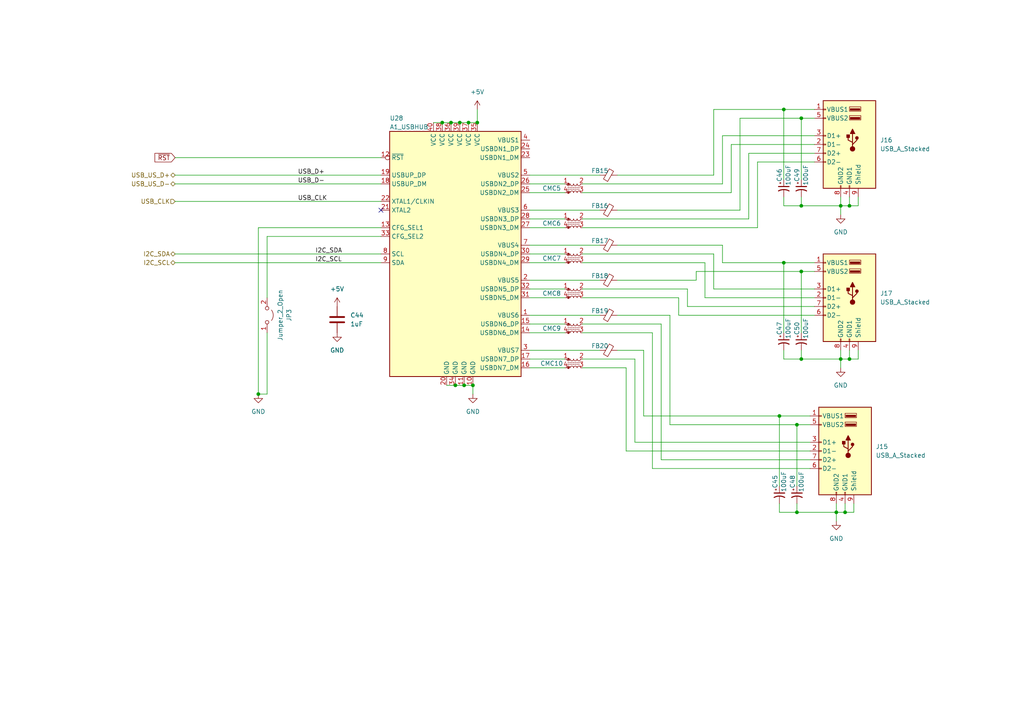
<source format=kicad_sch>
(kicad_sch (version 20230121) (generator eeschema)
  (paper "A4")
  (lib_symbols
    (symbol "Connector:USB_A_Stacked" (pin_names (offset 1.016))
      (property "Reference" "J" (at 0 15.875 0))
      (property "Value" "USB_A_Stacked" (at 0 13.97 0))
      (symbol "USB_A_Stacked_0_1"
        (rectangle (start -7.62 12.7) (end 7.62 -12.7) (stroke (width 0.254)) (fill (type background)))
        (circle (center -2.159 1.905) (radius 0.381) (stroke (width 0.254)) (fill (type outline)))
        (circle (center -0.889 -1.27) (radius 0.635) (stroke (width 0.254)) (fill (type outline)))
        (rectangle (start -0.254 7.366) (end -3.048 7.874) (fill (type outline)))
        (rectangle (start -0.254 9.906) (end -3.048 10.414) (fill (type outline)))
        (rectangle (start -0.127 -12.7) (end 0.127 -11.938))
        (polyline (pts (xy -1.524 3.175) (xy -0.254 3.175) (xy -0.889 4.445) (xy -1.524 3.175)) (stroke (width 0.254)) (fill (type outline)))
        (polyline (pts (xy -0.889 -0.635) (xy -0.889 0) (xy -2.159 1.27) (xy -2.159 1.905)) (stroke (width 0.254)))
        (polyline (pts (xy -0.889 0) (xy -0.889 0.635) (xy 0.381 1.27) (xy 0.381 2.54)) (stroke (width 0.254)))
        (rectangle (start 0 2.794) (end 0.762 2.032) (stroke (width 0.254)) (fill (type outline)))
        (rectangle (start 0 7.112) (end -3.302 8.382))
        (rectangle (start 0 9.652) (end -3.302 10.922))
        (rectangle (start 2.413 -12.7) (end 2.667 -11.938))
        (rectangle (start 7.62 -5.207) (end 6.858 -4.953))
        (rectangle (start 7.62 -2.667) (end 6.858 -2.413))
        (rectangle (start 7.62 -0.127) (end 6.858 0.127))
        (rectangle (start 7.62 2.413) (end 6.858 2.667))
        (rectangle (start 7.62 7.493) (end 6.858 7.747))
        (rectangle (start 7.62 10.033) (end 6.858 10.287))
      )
      (symbol "USB_A_Stacked_1_1"
        (polyline (pts (xy -0.889 0.635) (xy -0.889 3.175)) (stroke (width 0.254)))
        (pin power_in line (at 10.16 10.16 180) (length 2.54) (name "VBUS1") (number "1"))
        (pin bidirectional line (at 10.16 0 180) (length 2.54) (name "D1-") (number "2"))
        (pin bidirectional line (at 10.16 2.54 180) (length 2.54) (name "D1+") (number "3"))
        (pin power_in line (at 0 -15.24 90) (length 2.54) (name "GND1") (number "4"))
        (pin power_in line (at 10.16 7.62 180) (length 2.54) (name "VBUS2") (number "5"))
        (pin bidirectional line (at 10.16 -5.08 180) (length 2.54) (name "D2-") (number "6"))
        (pin bidirectional line (at 10.16 -2.54 180) (length 2.54) (name "D2+") (number "7"))
        (pin power_in line (at 2.54 -15.24 90) (length 2.54) (name "GND2") (number "8"))
        (pin passive line (at -2.54 -15.24 90) (length 2.54) (name "Shield") (number "9"))
      )
    )
    (symbol "Device:C" (pin_numbers hide) (pin_names (offset 0.254))
      (property "Reference" "C" (at 0.635 2.54 0))
      (property "Value" "C" (at 0.635 -2.54 0))
      (symbol "C_0_1"
        (polyline (pts (xy -2.032 -0.762) (xy 2.032 -0.762)) (stroke (width 0.508)))
        (polyline (pts (xy -2.032 0.762) (xy 2.032 0.762)) (stroke (width 0.508)))
      )
      (symbol "C_1_1"
        (pin passive line (at 0 3.81 270) (length 2.794) (name "~") (number "1"))
        (pin passive line (at 0 -3.81 90) (length 2.794) (name "~") (number "2"))
      )
    )
    (symbol "Device:C_Polarized_Small_US" (pin_numbers hide) (pin_names (offset 0.254) hide)
      (property "Reference" "C" (at 0.254 1.778 0))
      (property "Value" "C_Polarized_Small_US" (at 0.254 -2.032 0))
      (symbol "C_Polarized_Small_US_0_1"
        (polyline (pts (xy -1.524 0.508) (xy 1.524 0.508)) (stroke (width 0.3048)))
        (polyline (pts (xy -1.27 1.524) (xy -0.762 1.524)))
        (polyline (pts (xy -1.016 1.27) (xy -1.016 1.778)))
        (arc (start 1.524 -0.762) (mid 0 -0.3734) (end -1.524 -0.762) (stroke (width 0.3048)))
      )
      (symbol "C_Polarized_Small_US_1_1"
        (pin passive line (at 0 2.54 270) (length 2.032) (name "~") (number "1"))
        (pin passive line (at 0 -2.54 90) (length 2.032) (name "~") (number "2"))
      )
    )
    (symbol "Device:FerriteBead_Small" (pin_numbers hide) (pin_names (offset 0))
      (property "Reference" "FB" (at 1.905 1.27 0))
      (property "Value" "FerriteBead_Small" (at 1.905 -1.27 0))
      (symbol "FerriteBead_Small_0_1"
        (polyline (pts (xy 0 -1.27) (xy 0 -0.7874)))
        (polyline (pts (xy 0 0.889) (xy 0 1.2954)))
        (polyline (pts (xy -1.8288 0.2794) (xy -1.1176 1.4986) (xy 1.8288 -0.2032) (xy 1.1176 -1.4224) (xy -1.8288 0.2794)))
      )
      (symbol "FerriteBead_Small_1_1"
        (pin passive line (at 0 2.54 270) (length 1.27) (name "~") (number "1"))
        (pin passive line (at 0 -2.54 90) (length 1.27) (name "~") (number "2"))
      )
    )
    (symbol "Device:L_Ferrite_Coupled_Small_1243" (pin_names (offset 0.254) hide)
      (property "Reference" "L" (at 0 3.175 0))
      (property "Value" "L_Ferrite_Coupled_Small_1243" (at 0 -3.175 0))
      (symbol "L_Ferrite_Coupled_Small_1243_0_1"
        (arc (start -2.032 1.27) (mid -1.524 0.7642) (end -1.016 1.27))
        (circle (center -1.524 -1.27) (radius 0.254) (fill (type outline)))
        (circle (center -1.524 1.27) (radius 0.254) (fill (type outline)))
        (arc (start -1.016 -1.27) (mid -1.524 -0.7642) (end -2.032 -1.27))
        (arc (start -1.016 1.27) (mid -0.508 0.7642) (end 0 1.27))
        (arc (start 0 -1.27) (mid -0.508 -0.7642) (end -1.016 -1.27))
        (polyline (pts (xy -1.651 0.254) (xy -1.397 0.254)))
        (polyline (pts (xy -1.397 -0.254) (xy -1.651 -0.254)))
        (polyline (pts (xy -1.143 0.254) (xy -0.889 0.254)))
        (polyline (pts (xy -0.889 -0.254) (xy -1.143 -0.254)))
        (polyline (pts (xy -0.635 0.254) (xy -0.381 0.254)))
        (polyline (pts (xy -0.381 -0.254) (xy -0.635 -0.254)))
        (polyline (pts (xy -0.127 0.254) (xy 0.127 0.254)))
        (polyline (pts (xy 0.127 -0.254) (xy -0.127 -0.254)))
        (polyline (pts (xy 0.381 0.254) (xy 0.635 0.254)))
        (polyline (pts (xy 0.635 -0.254) (xy 0.381 -0.254)))
        (polyline (pts (xy 0.889 0.254) (xy 1.143 0.254)))
        (polyline (pts (xy 1.143 -0.254) (xy 0.889 -0.254)))
        (polyline (pts (xy 1.397 0.254) (xy 1.651 0.254)))
        (polyline (pts (xy 1.651 -0.254) (xy 1.397 -0.254)))
        (arc (start 0 1.27) (mid 0.508 0.7642) (end 1.016 1.27))
        (arc (start 1.016 -1.27) (mid 0.508 -0.7642) (end 0 -1.27))
        (arc (start 1.016 1.27) (mid 1.524 0.7642) (end 2.032 1.27))
        (arc (start 2.032 -1.27) (mid 1.524 -0.7642) (end 1.016 -1.27))
      )
      (symbol "L_Ferrite_Coupled_Small_1243_1_1"
        (pin passive line (at -2.54 1.27 0) (length 0.508) (name "1") (number "1"))
        (pin passive line (at 2.54 1.27 180) (length 0.508) (name "2") (number "2"))
        (pin passive line (at 2.54 -1.27 180) (length 0.508) (name "3") (number "3"))
        (pin passive line (at -2.54 -1.27 0) (length 0.508) (name "4") (number "4"))
      )
    )
    (symbol "Jumper:Jumper_2_Open" (pin_names (offset 0) hide)
      (property "Reference" "JP" (at 0 2.794 0))
      (property "Value" "Jumper_2_Open" (at 0 -2.286 0))
      (symbol "Jumper_2_Open_0_0"
        (circle (center -2.032 0) (radius 0.508))
        (circle (center 2.032 0) (radius 0.508))
      )
      (symbol "Jumper_2_Open_0_1"
        (arc (start 1.524 1.27) (mid 0 1.778) (end -1.524 1.27))
      )
      (symbol "Jumper_2_Open_1_1"
        (pin passive line (at -5.08 0 0) (length 2.54) (name "A") (number "1"))
        (pin passive line (at 5.08 0 180) (length 2.54) (name "B") (number "2"))
      )
    )
    (symbol "anachron:A1_USBHUB"
      (property "Reference" "U" (at 0 74.93 0))
      (property "Value" "A1_USBHUB" (at 5.08 72.39 0))
      (symbol "A1_USBHUB_0_0"
        (pin power_out line (at 40.64 17.78 180) (length 2.54) (name "VBUS6") (number "1"))
        (pin power_in line (at 24.13 -2.54 90) (length 2.54) (name "GND") (number "10"))
        (pin input inverted (at -2.54 63.5 0) (length 2.54) (name "~{RST}") (number "12"))
        (pin power_out line (at 40.64 27.94 180) (length 2.54) (name "VBUS5") (number "2"))
        (pin power_in line (at 16.51 -2.54 90) (length 2.54) (name "GND") (number "20"))
        (pin bidirectional line (at 40.64 63.5 180) (length 2.54) (name "USBDN1_DM") (number "23"))
        (pin bidirectional line (at 40.64 66.04 180) (length 2.54) (name "USBDN1_DP") (number "24"))
        (pin bidirectional line (at 40.64 53.34 180) (length 2.54) (name "USBDN2_DM") (number "25"))
        (pin bidirectional line (at 40.64 55.88 180) (length 2.54) (name "USBDN2_DP") (number "26"))
        (pin bidirectional line (at 40.64 43.18 180) (length 2.54) (name "USBDN3_DM") (number "27"))
        (pin bidirectional line (at 40.64 45.72 180) (length 2.54) (name "USBDN3_DP") (number "28"))
        (pin bidirectional line (at 40.64 33.02 180) (length 2.54) (name "USBDN4_DM") (number "29"))
        (pin power_out line (at 40.64 7.62 180) (length 2.54) (name "VBUS7") (number "3"))
        (pin bidirectional line (at 40.64 35.56 180) (length 2.54) (name "USBDN4_DP") (number "30"))
        (pin bidirectional line (at 40.64 22.86 180) (length 2.54) (name "USBDN5_DM") (number "31"))
        (pin bidirectional line (at 40.64 25.4 180) (length 2.54) (name "USBDN5_DP") (number "32"))
        (pin input line (at -2.54 40.64 0) (length 2.54) (name "CFG_SEL2") (number "33"))
        (pin power_in line (at 19.05 -2.54 90) (length 2.54) (name "GND") (number "34"))
        (pin power_in line (at 25.4 73.66 270) (length 2.54) (name "VCC") (number "35"))
        (pin power_in line (at 22.86 73.66 270) (length 2.54) (name "VCC") (number "37"))
        (pin power_in line (at 15.24 73.66 270) (length 2.54) (name "VCC") (number "38"))
        (pin power_in line (at 20.32 73.66 270) (length 2.54) (name "VCC") (number "39"))
        (pin power_out line (at 40.64 68.58 180) (length 2.54) (name "VBUS1") (number "4"))
        (pin power_out line (at 40.64 58.42 180) (length 2.54) (name "VBUS2") (number "5"))
        (pin power_out line (at 40.64 38.1 180) (length 2.54) (name "VBUS4") (number "7"))
        (pin bidirectional line (at -2.54 33.02 0) (length 2.54) (name "SDA") (number "9"))
      )
      (symbol "A1_USBHUB_0_1"
        (rectangle (start 0 71.12) (end 38.1 0) (stroke (width 0.254)) (fill (type background)))
      )
      (symbol "A1_USBHUB_1_0"
        (pin power_in line (at 21.59 -2.54 90) (length 2.54) (name "GND") (number "11"))
        (pin input line (at -2.54 43.18 0) (length 2.54) (name "CFG_SEL1") (number "13"))
        (pin bidirectional line (at 40.64 12.7 180) (length 2.54) (name "USBDN6_DM") (number "14"))
        (pin bidirectional line (at 40.64 15.24 180) (length 2.54) (name "USBDN6_DP") (number "15"))
        (pin bidirectional line (at 40.64 2.54 180) (length 2.54) (name "USBDN7_DM") (number "16"))
        (pin bidirectional line (at 40.64 5.08 180) (length 2.54) (name "USBDN7_DP") (number "17"))
        (pin bidirectional line (at -2.54 55.88 0) (length 2.54) (name "USBUP_DM") (number "18"))
        (pin bidirectional line (at -2.54 58.42 0) (length 2.54) (name "USBUP_DP") (number "19"))
        (pin output line (at -2.54 48.26 0) (length 2.54) (name "XTAL2") (number "21"))
        (pin input line (at -2.54 50.8 0) (length 2.54) (name "XTAL1/CLKIN") (number "22"))
        (pin power_in line (at 17.78 73.66 270) (length 2.54) (name "VCC") (number "36"))
        (pin power_in line (at 12.7 73.66 270) (length 2.54) (name "VCC") (number "40"))
        (pin power_out line (at 40.64 48.26 180) (length 2.54) (name "VBUS3") (number "6"))
        (pin bidirectional line (at -2.54 35.56 0) (length 2.54) (name "SCL") (number "8"))
      )
    )
    (symbol "power:+5V" (power) (pin_names (offset 0))
      (property "Value" "+5V" (at 0 3.556 0))
      (symbol "+5V_0_1"
        (polyline (pts (xy -0.762 1.27) (xy 0 2.54)))
        (polyline (pts (xy 0 0) (xy 0 2.54)))
        (polyline (pts (xy 0 2.54) (xy 0.762 1.27)))
      )
      (symbol "+5V_1_1"
        (pin power_in line (at 0 0 90) (length 0) hide (name "+5V") (number "1"))
      )
    )
    (symbol "power:GND" (power) (pin_names (offset 0))
      (property "Value" "GND" (at 0 -3.81 0))
      (symbol "GND_0_1"
        (polyline (pts (xy 0 0) (xy 0 -1.27) (xy 1.27 -1.27) (xy 0 -2.54) (xy -1.27 -1.27) (xy 0 -1.27)))
      )
      (symbol "GND_1_1"
        (pin power_in line (at 0 0 270) (length 0) hide (name "GND") (number "1"))
      )
    )
  )
  (junction (at 137.16 111.76))
  (junction (at 132.08 111.76))
  (junction (at 243.84 59.69))
  (junction (at 245.11 148.59))
  (junction (at 133.35 35.56))
  (junction (at 130.81 35.56))
  (junction (at 242.57 148.59))
  (junction (at 243.84 104.14))
  (junction (at 128.27 35.56))
  (junction (at 232.41 34.29))
  (junction (at 231.14 123.19))
  (junction (at 74.93 114.3))
  (junction (at 226.06 120.65))
  (junction (at 246.38 104.14))
  (junction (at 232.41 59.69))
  (junction (at 227.33 31.75))
  (junction (at 134.62 111.76))
  (junction (at 135.89 35.56))
  (junction (at 138.43 35.56))
  (junction (at 232.41 104.14))
  (junction (at 227.33 76.2))
  (junction (at 246.38 59.69))
  (junction (at 231.14 148.59))
  (junction (at 232.41 78.74))
  (no_connect (at 110.49 60.96))
  (wire (pts (xy 153.67 83.82) (xy 163.83 83.82)))
  (wire (pts (xy 243.84 104.14) (xy 243.84 106.68)))
  (wire (pts (xy 242.57 148.59) (xy 245.11 148.59)))
  (wire (pts (xy 153.67 71.12) (xy 173.99 71.12)))
  (wire (pts (xy 227.33 59.69) (xy 232.41 59.69)))
  (wire (pts (xy 219.71 66.04) (xy 168.91 66.04)))
  (wire (pts (xy 77.47 96.52) (xy 77.47 114.3)))
  (wire (pts (xy 232.41 57.15) (xy 232.41 59.69)))
  (wire (pts (xy 243.84 104.14) (xy 246.38 104.14)))
  (wire (pts (xy 226.06 148.59) (xy 231.14 148.59)))
  (wire (pts (xy 226.06 146.05) (xy 226.06 148.59)))
  (wire (pts (xy 186.69 101.6) (xy 179.07 101.6)))
  (wire (pts (xy 245.11 148.59) (xy 247.65 148.59)))
  (wire (pts (xy 232.41 104.14) (xy 243.84 104.14)))
  (wire (pts (xy 77.47 114.3) (xy 74.93 114.3)))
  (wire (pts (xy 227.33 76.2) (xy 236.22 76.2)))
  (wire (pts (xy 245.11 146.05) (xy 245.11 148.59)))
  (wire (pts (xy 153.67 96.52) (xy 163.83 96.52)))
  (wire (pts (xy 227.33 31.75) (xy 227.33 52.07)))
  (wire (pts (xy 77.47 68.58) (xy 77.47 86.36)))
  (wire (pts (xy 214.63 60.96) (xy 214.63 34.29)))
  (wire (pts (xy 130.81 35.56) (xy 133.35 35.56)))
  (wire (pts (xy 227.33 104.14) (xy 232.41 104.14)))
  (wire (pts (xy 135.89 35.56) (xy 138.43 35.56)))
  (wire (pts (xy 110.49 66.04) (xy 74.93 66.04)))
  (wire (pts (xy 50.8 73.66) (xy 110.49 73.66)))
  (wire (pts (xy 184.15 128.27) (xy 234.95 128.27)))
  (wire (pts (xy 128.27 35.56) (xy 130.81 35.56)))
  (wire (pts (xy 168.91 76.2) (xy 204.47 76.2)))
  (wire (pts (xy 232.41 34.29) (xy 232.41 52.07)))
  (wire (pts (xy 132.08 111.76) (xy 134.62 111.76)))
  (wire (pts (xy 194.31 123.19) (xy 231.14 123.19)))
  (wire (pts (xy 246.38 101.6) (xy 246.38 104.14)))
  (wire (pts (xy 153.67 76.2) (xy 163.83 76.2)))
  (wire (pts (xy 226.06 120.65) (xy 226.06 140.97)))
  (wire (pts (xy 226.06 120.65) (xy 234.95 120.65)))
  (wire (pts (xy 163.83 63.5) (xy 153.67 63.5)))
  (wire (pts (xy 153.67 86.36) (xy 163.83 86.36)))
  (wire (pts (xy 232.41 78.74) (xy 236.22 78.74)))
  (wire (pts (xy 189.23 135.89) (xy 234.95 135.89)))
  (wire (pts (xy 134.62 111.76) (xy 137.16 111.76)))
  (wire (pts (xy 191.77 133.35) (xy 191.77 93.98)))
  (wire (pts (xy 153.67 106.68) (xy 163.83 106.68)))
  (wire (pts (xy 179.07 71.12) (xy 209.55 71.12)))
  (wire (pts (xy 153.67 73.66) (xy 163.83 73.66)))
  (wire (pts (xy 184.15 104.14) (xy 168.91 104.14)))
  (wire (pts (xy 168.91 73.66) (xy 207.01 73.66)))
  (wire (pts (xy 243.84 59.69) (xy 246.38 59.69)))
  (wire (pts (xy 163.83 66.04) (xy 153.67 66.04)))
  (wire (pts (xy 125.73 35.56) (xy 128.27 35.56)))
  (wire (pts (xy 137.16 111.76) (xy 137.16 114.3)))
  (wire (pts (xy 243.84 59.69) (xy 243.84 62.23)))
  (wire (pts (xy 242.57 148.59) (xy 242.57 151.13)))
  (wire (pts (xy 243.84 57.15) (xy 243.84 59.69)))
  (wire (pts (xy 209.55 53.34) (xy 168.91 53.34)))
  (wire (pts (xy 209.55 39.37) (xy 209.55 53.34)))
  (wire (pts (xy 212.09 55.88) (xy 168.91 55.88)))
  (wire (pts (xy 189.23 135.89) (xy 189.23 96.52)))
  (wire (pts (xy 246.38 59.69) (xy 248.92 59.69)))
  (wire (pts (xy 179.07 50.8) (xy 207.01 50.8)))
  (wire (pts (xy 231.14 123.19) (xy 231.14 140.97)))
  (wire (pts (xy 236.22 41.91) (xy 212.09 41.91)))
  (wire (pts (xy 231.14 123.19) (xy 234.95 123.19)))
  (wire (pts (xy 168.91 86.36) (xy 196.85 86.36)))
  (wire (pts (xy 217.17 63.5) (xy 168.91 63.5)))
  (wire (pts (xy 232.41 78.74) (xy 232.41 96.52)))
  (wire (pts (xy 181.61 106.68) (xy 168.91 106.68)))
  (wire (pts (xy 191.77 133.35) (xy 234.95 133.35)))
  (wire (pts (xy 50.8 50.8) (xy 110.49 50.8)))
  (wire (pts (xy 246.38 104.14) (xy 248.92 104.14)))
  (wire (pts (xy 207.01 50.8) (xy 207.01 31.75)))
  (wire (pts (xy 133.35 35.56) (xy 135.89 35.56)))
  (wire (pts (xy 207.01 31.75) (xy 227.33 31.75)))
  (wire (pts (xy 189.23 96.52) (xy 168.91 96.52)))
  (wire (pts (xy 217.17 44.45) (xy 217.17 63.5)))
  (wire (pts (xy 153.67 93.98) (xy 163.83 93.98)))
  (wire (pts (xy 153.67 81.28) (xy 173.99 81.28)))
  (wire (pts (xy 153.67 101.6) (xy 173.99 101.6)))
  (wire (pts (xy 153.67 104.14) (xy 163.83 104.14)))
  (wire (pts (xy 207.01 83.82) (xy 207.01 73.66)))
  (wire (pts (xy 231.14 148.59) (xy 242.57 148.59)))
  (wire (pts (xy 110.49 53.34) (xy 50.8 53.34)))
  (wire (pts (xy 232.41 34.29) (xy 236.22 34.29)))
  (wire (pts (xy 199.39 88.9) (xy 236.22 88.9)))
  (wire (pts (xy 242.57 146.05) (xy 242.57 148.59)))
  (wire (pts (xy 179.07 81.28) (xy 201.93 81.28)))
  (wire (pts (xy 204.47 86.36) (xy 236.22 86.36)))
  (wire (pts (xy 246.38 57.15) (xy 246.38 59.69)))
  (wire (pts (xy 179.07 60.96) (xy 214.63 60.96)))
  (wire (pts (xy 209.55 76.2) (xy 209.55 71.12)))
  (wire (pts (xy 191.77 93.98) (xy 168.91 93.98)))
  (wire (pts (xy 196.85 91.44) (xy 236.22 91.44)))
  (wire (pts (xy 232.41 101.6) (xy 232.41 104.14)))
  (wire (pts (xy 247.65 146.05) (xy 247.65 148.59)))
  (wire (pts (xy 212.09 41.91) (xy 212.09 55.88)))
  (wire (pts (xy 194.31 91.44) (xy 179.07 91.44)))
  (wire (pts (xy 236.22 46.99) (xy 219.71 46.99)))
  (wire (pts (xy 201.93 78.74) (xy 232.41 78.74)))
  (wire (pts (xy 138.43 31.75) (xy 138.43 35.56)))
  (wire (pts (xy 201.93 78.74) (xy 201.93 81.28)))
  (wire (pts (xy 199.39 88.9) (xy 199.39 83.82)))
  (wire (pts (xy 181.61 130.81) (xy 181.61 106.68)))
  (wire (pts (xy 196.85 91.44) (xy 196.85 86.36)))
  (wire (pts (xy 186.69 120.65) (xy 226.06 120.65)))
  (wire (pts (xy 204.47 86.36) (xy 204.47 76.2)))
  (wire (pts (xy 168.91 83.82) (xy 199.39 83.82)))
  (wire (pts (xy 50.8 58.42) (xy 110.49 58.42)))
  (wire (pts (xy 186.69 120.65) (xy 186.69 101.6)))
  (wire (pts (xy 129.54 111.76) (xy 132.08 111.76)))
  (wire (pts (xy 194.31 123.19) (xy 194.31 91.44)))
  (wire (pts (xy 232.41 59.69) (xy 243.84 59.69)))
  (wire (pts (xy 214.63 34.29) (xy 232.41 34.29)))
  (wire (pts (xy 227.33 31.75) (xy 236.22 31.75)))
  (wire (pts (xy 181.61 130.81) (xy 234.95 130.81)))
  (wire (pts (xy 227.33 76.2) (xy 227.33 96.52)))
  (wire (pts (xy 153.67 50.8) (xy 173.99 50.8)))
  (wire (pts (xy 248.92 57.15) (xy 248.92 59.69)))
  (wire (pts (xy 243.84 101.6) (xy 243.84 104.14)))
  (wire (pts (xy 248.92 101.6) (xy 248.92 104.14)))
  (wire (pts (xy 153.67 91.44) (xy 173.99 91.44)))
  (wire (pts (xy 209.55 76.2) (xy 227.33 76.2)))
  (wire (pts (xy 153.67 60.96) (xy 173.99 60.96)))
  (wire (pts (xy 207.01 83.82) (xy 236.22 83.82)))
  (wire (pts (xy 74.93 66.04) (xy 74.93 114.3)))
  (wire (pts (xy 163.83 53.34) (xy 153.67 53.34)))
  (wire (pts (xy 227.33 101.6) (xy 227.33 104.14)))
  (wire (pts (xy 236.22 44.45) (xy 217.17 44.45)))
  (wire (pts (xy 231.14 146.05) (xy 231.14 148.59)))
  (wire (pts (xy 163.83 55.88) (xy 153.67 55.88)))
  (wire (pts (xy 50.8 45.72) (xy 110.49 45.72)))
  (wire (pts (xy 227.33 57.15) (xy 227.33 59.69)))
  (wire (pts (xy 50.8 76.2) (xy 110.49 76.2)))
  (wire (pts (xy 236.22 39.37) (xy 209.55 39.37)))
  (wire (pts (xy 110.49 68.58) (xy 77.47 68.58)))
  (wire (pts (xy 184.15 128.27) (xy 184.15 104.14)))
  (wire (pts (xy 219.71 46.99) (xy 219.71 66.04)))
  (label "USB_D-" (at 86.36 53.34 0))
  (label "I2C_SCL" (at 91.44 76.2 0))
  (label "I2C_SDA" (at 91.44 73.66 0))
  (label "USB_CLK" (at 86.36 58.42 0))
  (label "USB_D+" (at 86.36 50.8 0))
  (global_label "~{RST}" (shape input) (at 50.8 45.72 180) (property "Intersheetrefs" "${INTERSHEET_REFS}" (effects hide)))
  (hierarchical_label "USB_US_D-" (shape bidirectional) (at 50.8 53.34 180))
  (hierarchical_label "USB_CLK" (shape input) (at 50.8 58.42 180))
  (hierarchical_label "I2C_SCL" (shape bidirectional) (at 50.8 76.2 180))
  (hierarchical_label "USB_US_D+" (shape bidirectional) (at 50.8 50.8 180))
  (hierarchical_label "I2C_SDA" (shape bidirectional) (at 50.8 73.66 180))
  (symbol (lib_id "power:GND") (at 242.57 151.13 0) (unit 1)
    (property "Reference" "#PWR0198" (effects hide))
    (property "Value" "GND" (at 242.57 156.21 0))
  )
  (symbol (lib_id "anachron:A1_USBHUB") (at 113.03 109.22 0) (unit 1)
    (property "Reference" "U28" (at 113.03 34.29 0) (effects (justify left)))
    (property "Value" "A1_USBHUB" (at 113.03 36.83 0) (effects (justify left)))
    (property "Footprint" "Package_DIP:DIP-40_W15.24mm_LongPads" (effects hide))
  )
  (symbol (lib_id "Device:L_Ferrite_Coupled_Small_1243") (at 166.37 54.61 0) (unit 1)
    (property "Reference" "CMC5" (at 160.02 54.61 0))
    (property "Value" "L_Ferrite_Coupled_Small" (effects hide))
    (property "Footprint" "anachron:SCM2012FS" (effects hide))
    (property "mpf#" "SCM2012FS751MDG" (effects hide))
  )
  (symbol (lib_id "Device:FerriteBead_Small") (at 176.53 71.12 90) (unit 1)
    (property "Reference" "FB17" (at 173.99 69.85 90))
    (property "Value" "FerriteBead_Small" (effects hide))
    (property "Footprint" "Inductor_THT:L_Axial_L7.0mm_D3.3mm_P2.54mm_Vertical_Fastron_MICC" (effects hide))
    (property "Datasheet" "https://www.we-online.com/components/products/datasheet/74276041.pdf" (effects hide))
    (property "mfp#" "74276041" (effects hide))
  )
  (symbol (lib_id "Connector:USB_A_Stacked") (at 246.38 41.91 0) (mirror y) (unit 1)
    (property "Reference" "J16" (at 255.27 40.64 0) (effects (justify right)))
    (property "Value" "USB_A_Stacked" (at 255.27 43.18 0) (effects (justify right)))
    (property "Footprint" "anachron:GCT_USB1035-XX-X-X-X-B_REVE" (effects hide))
    (property "Datasheet" " ~" (effects hide))
    (property "mpf#" "USB1035-GF-P-0-B-B" (effects hide))
  )
  (symbol (lib_id "Device:C_Polarized_Small_US") (at 227.33 54.61 0) (unit 1)
    (property "Reference" "C46" (at 226.06 50.8 90))
    (property "Value" "100uF" (at 228.6 50.8 90))
    (property "Footprint" "Capacitor_THT:CP_Radial_D5.0mm_P2.00mm" (effects hide))
  )
  (symbol (lib_id "Device:FerriteBead_Small") (at 176.53 81.28 90) (unit 1)
    (property "Reference" "FB18" (at 173.99 80.01 90))
    (property "Value" "FerriteBead_Small" (effects hide))
    (property "Footprint" "Inductor_THT:L_Axial_L7.0mm_D3.3mm_P2.54mm_Vertical_Fastron_MICC" (effects hide))
    (property "Datasheet" "https://www.we-online.com/components/products/datasheet/74276041.pdf" (effects hide))
    (property "mfp#" "74276041" (effects hide))
  )
  (symbol (lib_id "Device:FerriteBead_Small") (at 176.53 50.8 90) (unit 1)
    (property "Reference" "FB15" (at 173.99 49.53 90))
    (property "Value" "FerriteBead_Small" (effects hide))
    (property "Footprint" "Inductor_THT:L_Axial_L7.0mm_D3.3mm_P2.54mm_Vertical_Fastron_MICC" (effects hide))
    (property "Datasheet" "https://www.we-online.com/components/products/datasheet/74276041.pdf" (effects hide))
    (property "mfp#" "74276041" (effects hide))
  )
  (symbol (lib_id "Device:L_Ferrite_Coupled_Small_1243") (at 166.37 74.93 0) (unit 1)
    (property "Reference" "CMC7" (at 160.02 74.93 0))
    (property "Value" "L_Ferrite_Coupled_Small" (effects hide))
    (property "Footprint" "anachron:SCM2012FS" (effects hide))
    (property "mpf#" "SCM2012FS751MDG" (effects hide))
  )
  (symbol (lib_id "power:GND") (at 243.84 62.23 0) (unit 1)
    (property "Reference" "#PWR0199" (effects hide))
    (property "Value" "GND" (at 243.84 67.31 0))
  )
  (symbol (lib_id "Device:FerriteBead_Small") (at 176.53 60.96 90) (unit 1)
    (property "Reference" "FB16" (at 173.99 59.69 90))
    (property "Value" "FerriteBead_Small" (effects hide))
    (property "Footprint" "Inductor_THT:L_Axial_L7.0mm_D3.3mm_P2.54mm_Vertical_Fastron_MICC" (effects hide))
    (property "Datasheet" "https://www.we-online.com/components/products/datasheet/74276041.pdf" (effects hide))
    (property "mfp#" "74276041" (effects hide))
  )
  (symbol (lib_id "power:GND") (at 137.16 114.3 0) (unit 1)
    (property "Reference" "#PWR0196" (effects hide))
    (property "Value" "GND" (at 137.16 119.38 0))
  )
  (symbol (lib_id "power:GND") (at 74.93 114.3 0) (unit 1)
    (property "Reference" "#PWR0193" (effects hide))
    (property "Value" "GND" (at 74.93 119.38 0))
  )
  (symbol (lib_id "Connector:USB_A_Stacked") (at 246.38 86.36 0) (mirror y) (unit 1)
    (property "Reference" "J17" (at 255.27 85.09 0) (effects (justify right)))
    (property "Value" "USB_A_Stacked" (at 255.27 87.63 0) (effects (justify right)))
    (property "Footprint" "anachron:GCT_USB1035-XX-X-X-X-B_REVE" (effects hide))
    (property "Datasheet" " ~" (effects hide))
    (property "mpf#" "USB1035-GF-P-0-B-B" (effects hide))
  )
  (symbol (lib_id "Device:L_Ferrite_Coupled_Small_1243") (at 166.37 95.25 0) (unit 1)
    (property "Reference" "CMC9" (at 160.02 95.25 0))
    (property "Value" "L_Ferrite_Coupled_Small" (effects hide))
    (property "Footprint" "anachron:SCM2012FS" (effects hide))
    (property "mpf#" "SCM2012FS751MDG" (effects hide))
  )
  (symbol (lib_id "Device:C_Polarized_Small_US") (at 227.33 99.06 0) (unit 1)
    (property "Reference" "C47" (at 226.06 95.25 90))
    (property "Value" "100uF" (at 228.6 95.25 90))
    (property "Footprint" "Capacitor_THT:CP_Radial_D5.0mm_P2.00mm" (effects hide))
  )
  (symbol (lib_id "power:+5V") (at 138.43 31.75 0) (unit 1)
    (property "Reference" "#PWR0197" (effects hide))
    (property "Value" "+5V" (at 138.43 26.67 0))
  )
  (symbol (lib_id "power:+5V") (at 97.79 88.9 0) (unit 1)
    (property "Reference" "#PWR0194" (effects hide))
    (property "Value" "+5V" (at 97.79 83.82 0))
  )
  (symbol (lib_id "Jumper:Jumper_2_Open") (at 77.47 91.44 270) (mirror x) (unit 1)
    (property "Reference" "JP3" (at 83.82 91.44 0))
    (property "Value" "Jumper_2_Open" (at 81.28 91.44 0))
    (property "Footprint" "Connector_PinHeader_2.54mm:PinHeader_1x02_P2.54mm_Vertical" (effects hide))
  )
  (symbol (lib_id "power:GND") (at 97.79 96.52 0) (unit 1)
    (property "Reference" "#PWR0195" (effects hide))
    (property "Value" "GND" (at 97.79 101.6 0))
  )
  (symbol (lib_id "Device:L_Ferrite_Coupled_Small_1243") (at 166.37 64.77 0) (unit 1)
    (property "Reference" "CMC6" (at 160.02 64.77 0))
    (property "Value" "L_Ferrite_Coupled_Small" (effects hide))
    (property "Footprint" "anachron:SCM2012FS" (effects hide))
    (property "mpf#" "SCM2012FS751MDG" (effects hide))
  )
  (symbol (lib_id "Device:L_Ferrite_Coupled_Small_1243") (at 166.37 85.09 0) (unit 1)
    (property "Reference" "CMC8" (at 160.02 85.09 0))
    (property "Value" "L_Ferrite_Coupled_Small" (effects hide))
    (property "Footprint" "anachron:SCM2012FS" (effects hide))
    (property "mpf#" "SCM2012FS751MDG" (effects hide))
  )
  (symbol (lib_id "Device:C_Polarized_Small_US") (at 231.14 143.51 0) (unit 1)
    (property "Reference" "C48" (at 229.87 139.7 90))
    (property "Value" "100uF" (at 232.41 139.7 90))
    (property "Footprint" "Capacitor_THT:CP_Radial_D5.0mm_P2.00mm" (effects hide))
  )
  (symbol (lib_id "Device:FerriteBead_Small") (at 176.53 91.44 90) (unit 1)
    (property "Reference" "FB19" (at 173.99 90.17 90))
    (property "Value" "FerriteBead_Small" (effects hide))
    (property "Footprint" "Inductor_THT:L_Axial_L7.0mm_D3.3mm_P2.54mm_Vertical_Fastron_MICC" (effects hide))
    (property "Datasheet" "https://www.we-online.com/components/products/datasheet/74276041.pdf" (effects hide))
    (property "mfp#" "74276041" (effects hide))
  )
  (symbol (lib_id "Device:FerriteBead_Small") (at 176.53 101.6 90) (unit 1)
    (property "Reference" "FB20" (at 173.99 100.33 90))
    (property "Value" "FerriteBead_Small" (effects hide))
    (property "Footprint" "Inductor_THT:L_Axial_L7.0mm_D3.3mm_P2.54mm_Vertical_Fastron_MICC" (effects hide))
    (property "Datasheet" "https://www.we-online.com/components/products/datasheet/74276041.pdf" (effects hide))
    (property "mfp#" "74276041" (effects hide))
  )
  (symbol (lib_id "Device:C_Polarized_Small_US") (at 226.06 143.51 0) (unit 1)
    (property "Reference" "C45" (at 224.79 139.7 90))
    (property "Value" "100uF" (at 227.33 139.7 90))
    (property "Footprint" "Capacitor_THT:CP_Radial_D5.0mm_P2.00mm" (effects hide))
  )
  (symbol (lib_id "Device:L_Ferrite_Coupled_Small_1243") (at 166.37 105.41 0) (unit 1)
    (property "Reference" "CMC10" (at 160.02 105.41 0))
    (property "Value" "L_Ferrite_Coupled_Small" (effects hide))
    (property "Footprint" "anachron:SCM2012FS" (effects hide))
    (property "mpf#" "SCM2012FS751MDG" (effects hide))
  )
  (symbol (lib_id "Connector:USB_A_Stacked") (at 245.11 130.81 0) (mirror y) (unit 1)
    (property "Reference" "J15" (at 254 129.54 0) (effects (justify right)))
    (property "Value" "USB_A_Stacked" (at 254 132.08 0) (effects (justify right)))
    (property "Footprint" "anachron:GCT_USB1035-XX-X-X-X-B_REVE" (effects hide))
    (property "Datasheet" " ~" (effects hide))
    (property "mpf#" "USB1035-GF-P-0-B-B" (effects hide))
  )
  (symbol (lib_id "Device:C_Polarized_Small_US") (at 232.41 54.61 0) (unit 1)
    (property "Reference" "C49" (at 231.14 50.8 90))
    (property "Value" "100uF" (at 233.68 50.8 90))
    (property "Footprint" "Capacitor_THT:CP_Radial_D5.0mm_P2.00mm" (effects hide))
  )
  (symbol (lib_id "Device:C") (at 97.79 92.71 0) (unit 1)
    (property "Reference" "C44" (at 101.6 91.44 0) (effects (justify left)))
    (property "Value" "1uF" (at 101.6 93.98 0) (effects (justify left)))
    (property "Footprint" "Capacitor_THT:C_Disc_D4.7mm_W2.5mm_P5.00mm" (effects hide))
    (property "mpf#" "FG28X5R1H105KRT06" (effects hide))
  )
  (symbol (lib_id "power:GND") (at 243.84 106.68 0) (unit 1)
    (property "Reference" "#PWR0200" (effects hide))
    (property "Value" "GND" (at 243.84 111.76 0))
  )
  (symbol (lib_id "Device:C_Polarized_Small_US") (at 232.41 99.06 0) (unit 1)
    (property "Reference" "C50" (at 231.14 95.25 90))
    (property "Value" "100uF" (at 233.68 95.25 90))
    (property "Footprint" "Capacitor_THT:CP_Radial_D5.0mm_P2.00mm" (effects hide))
  )
)
</source>
